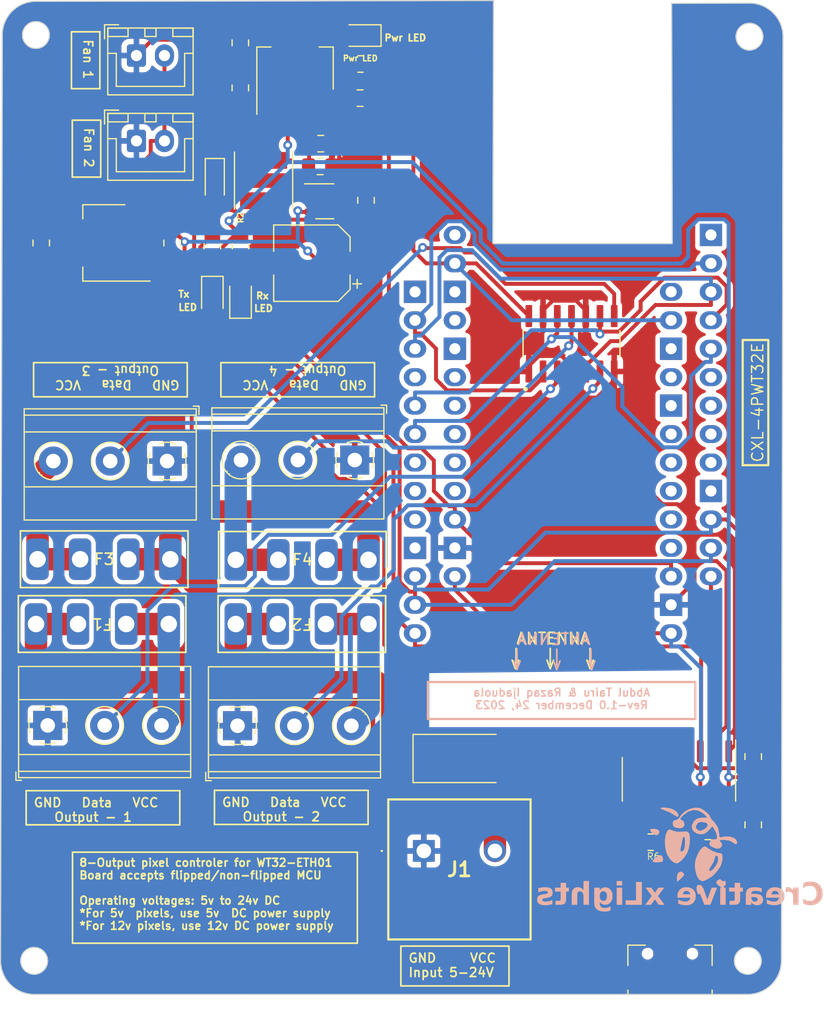
<source format=kicad_pcb>
(kicad_pcb (version 20221018) (generator pcbnew)
  (layers (0 "F.Cu" signal) (31 "B.Cu" signal) (34 "B.Paste" user) (35 "F.Paste" user) (36 "B.SilkS" user "B.Silkscreen") (37 "F.SilkS" user "F.Silkscreen") (38 "B.Mask" user) (39 "F.Mask" user) (44 "Edge.Cuts" user))
  (net 0 "")
  (net 1 "RPP")
  (net 2 "GND")
  (net 3 "Net-(U1-SW)")
  (net 4 "Net-(U1-BST)")
  (net 5 "VOUT")
  (net 6 "VIN")
  (net 7 "Net-(D2-K)")
  (net 8 "3V3")
  (net 9 "Net-(JST1-Pin_3)")
  (net 10 "Net-(JST2-Pin_3)")
  (net 19 "3.3V")
  (net 20 "Port-1")
  (net 21 "Port-2")
  (net 23 "Net-(JST3-Pin_3)")
  (net 27 "EN")
  (net 29 "RxOut")
  (net 34 "Net-(D3-A)")
  (net 40 "TxOut")
  (net 46 "Net-(D4-A)")
  (net 48 "Net-(D5-A)")
  (net 50 "Net-(J2-D-)")
  (net 51 "Net-(J2-D+)")
  (net 53 "DTR")
  (net 54 "IO0")
  (net 62 "Net-(JST4-Pin_3)")
  (net 64 "Output-3")
  (net 65 "Output-4")
  (net 66 "Port-4")
  (net 67 "Port-3")
  (net 68 "Output-1")
  (net 69 "Output-2")
  (net 70 "F5V")
  (footprint "Capacitor_SMD:C_0805_2012Metric_Pad1.18x1.45mm_HandSolder" (layer "F.Cu") (at 171.0719 113.9203 180)
    (fp_text reference "C12" hide)
    (fp_text value "1uF")
  )
  (footprint "MicroUSB:USB_Micro-B_Unknown_5s_SMT" (layer "F.Cu") (at 167.6855 123.2155)
    (fp_text reference "J2" hide)
    (fp_text value "USB")
  )
  (footprint "TerminalBlock_Phoenix:TerminalBlock_Phoenix_MKDS-1,5-3-5.08_1x03_P5.08mm_Horizontal" (layer "F.Cu") (at 122.7932 79.3909 180)
    (fp_text reference "JST3" hide)
    (fp_text value "Output 3")
  )
  (footprint "Capacitor_SMD:C_0805_2012Metric_Pad1.18x1.45mm_HandSolder" (layer "F.Cu") (at 123.2394 59.9258 -90)
    (fp_text reference "C8" hide)
    (fp_text value "10uF")
  )
  (footprint "WT32-ETH-Fuse-Holder:MCCQ-122_MTC" (layer "F.Cu") (at 111.3274 88.155)
    (fp_text reference "F3")
    (fp_text value "~")
  )
  (footprint "Capacitor_SMD:C_0805_2012Metric_Pad1.18x1.45mm_HandSolder" (layer "F.Cu") (at 175.1144 105.7708 90)
    (fp_text reference "C6" hide)
    (fp_text value "100nF")
  )
  (footprint "Package_TO_SOT_SMD:SOT-223-3_TabPin2" (layer "F.Cu") (at 134.2119 44.3373 90)
    (fp_text reference "U7" hide)
    (fp_text value "AMS1117-3.3")
  )
  (footprint "LED_SMD:LED_0805_2012Metric_Pad1.15x1.40mm_HandSolder" (layer "F.Cu") (at 140.0309 41.4053 180)
    (fp_text reference "D2" hide)
    (fp_text value "Pwr LED")
  )
  (footprint "Connector_JST:JST_XH_B2B-XH-A_1x02_P2.50mm_Vertical" (layer "F.Cu") (at 120.0549 50.8132)
    (fp_text reference "J4" hide)
    (fp_text value "Fan 2")
  )
  (footprint "Capacitor_SMD:C_0805_2012Metric_Pad1.18x1.45mm_HandSolder" (layer "F.Cu") (at 129.3284 46.0768 90)
    (fp_text reference "C5" hide)
    (fp_text value "1uF")
  )
  (footprint "Diode_SMD:D_SOD-323_HandSoldering" (layer "F.Cu") (at 127.0494 54.3933 -90)
    (fp_text reference "D5" hide)
    (fp_text value "SS14")
  )
  (footprint "Package_TO_SOT_SMD:TSOT-23-6" (layer "F.Cu") (at 136.8704 56.2033)
    (fp_text reference "U1" hide)
    (fp_text value "AP63205WU")
  )
  (footprint "TerminalBlock_Phoenix:TerminalBlock_Phoenix_MKDS-1,5-3-5.08_1x03_P5.08mm_Horizontal" (layer "F.Cu") (at 139.5447 79.3014 180)
    (fp_text reference "JST4" hide)
    (fp_text value "Output 4")
  )
  (footprint "Capacitor_SMD:C_0805_2012Metric_Pad1.18x1.45mm_HandSolder" (layer "F.Cu") (at 175.1144 111.8668 90)
    (fp_text reference "C7" hide)
    (fp_text value "100nF")
  )
  (footprint "Capacitor_SMD:C_0805_2012Metric_Pad1.18x1.45mm_HandSolder" (layer "F.Cu") (at 111.5554 59.9258 -90)
    (fp_text reference "C9" hide)
    (fp_text value "22uF")
  )
  (footprint "WT32-ETH-Fuse-Holder:MCCQ-122_MTC" (layer "F.Cu") (at 129.019 88.2065)
    (fp_text reference "F4")
    (fp_text value "~")
  )
  (footprint "Diode_SMD:D_SMB_Handsoldering" (layer "F.Cu") (at 149.45704 105.942418)
    (fp_text reference "D1" hide)
    (fp_text value "STR10100BF")
  )
  (footprint "Package_TO_SOT_SMD:SOT-223-3_TabPin2" (layer "F.Cu") (at 117.1774 59.9183 180)
    (fp_text reference "U6" hide)
    (fp_text value "AMS1117-3.3")
  )
  (footprint "SN74HC125DR:SOIC127P600X175-14N" (layer "F.Cu") (at 158.8934 68.9205 90)
    (fp_text reference "U4" hide)
    (fp_text value "SN74HC125DR")
  )
  (footprint "WT32-ETH-Fuse-Holder:MCCQ-122_MTC" (layer "F.Cu") (at 122.8387 93.9377 180)
    (fp_text reference "F1")
    (fp_text value "~")
  )
  (footprint "Resistor_SMD:R_0805_2012Metric_Pad1.20x1.40mm_HandSolder" (layer "F.Cu") (at 165.9544 113.4123)
    (fp_text reference "R6")
    (fp_text value "120")
  )
  (footprint "Capacitor_SMD:C_0805_2012Metric_Pad1.18x1.45mm_HandSolder" (layer "F.Cu") (at 140.5479 56.1158 90)
    (fp_text reference "C2" hide)
    (fp_text value "100nF")
  )
  (footprint "Package_SO:SOP-16_3.9x9.9mm_P1.27mm" (layer "F.Cu") (at 168.4844 107.7975 -90)
    (fp_text reference "U5" hide)
    (fp_text value "CH340C")
  )
  (footprint "TerminalBlock_Phoenix:TerminalBlock_Phoenix_MKDS-1,5-3-5.08_1x03_P5.08mm_Horizontal" (layer "F.Cu") (at 129.0804 103.0185)
    (fp_text reference "JST2" hide)
    (fp_text value "Output 2" hide)
  )
  (footprint "Resistor_SMD:R_0805_2012Metric_Pad1.20x1.40mm_HandSolder" (layer "F.Cu") (at 140.0559 43.9453)
    (fp_text reference "R1" hide)
    (fp_text value "1K")
  )
  (footprint "Capacitor_SMD:C_0805_2012Metric_Pad1.18x1.45mm_HandSolder" (layer "F.Cu") (at 129.3284 42.0558 -90)
    (fp_text reference "C11" hide)
    (fp_text value "22uF")
  )
  (footprint "Capacitor_SMD:C_0805_2012Metric_Pad1.18x1.45mm_HandSolder" (layer "F.Cu") (at 136.5054 51.0573)
    (fp_text reference "C3" hide)
    (fp_text value "22uF")
  )
  (footprint "Resistor_SMD:R_0805_2012Metric_Pad1.20x1.40mm_HandSolder" (layer "F.Cu") (at 129.3467 60.2173 -90)
    (fp_text reference "R2")
    (fp_text value "1K")
  )
  (footprint "Connector_JST:JST_XH_B2B-XH-A_1x02_P2.50mm_Vertical" (layer "F.Cu") (at 120.0549 43.1932)
    (fp_text reference "J3" hide)
    (fp_text value "Fan 1")
  )
  (footprint "Capacitor_SMD:C_0805_2012Metric_Pad1.18x1.45mm_HandSolder" (layer "F.Cu") (at 140.0184 46.9933)
    (fp_text reference "C10" hide)
    (fp_text value "10uF")
  )
  (footprint "Inductor_SMD:L_Taiyo-Yuden_MD-5050" (layer "F.Cu") (at 131.4039 54.3513 90)
    (fp_text reference "L1" hide)
    (fp_text value "4.7uH")
  )
  (footprint "WT32-ETH01:WT32_ETH01" (layer "F.Cu") (at 155.6473 98.5532 180)
    (fp_text reference "U3" hide)
    (fp_text value "WT32-ETH01")
  )
  (footprint "Capacitor_SMD:CP_Elec_6.3x5.4" (layer "F.Cu") (at 135.7159 61.7253 180)
    (fp_text reference "C1" hide)
    (fp_text value "100uF")
  )
  (footprint "LED_SMD:LED_0805_2012Metric_Pad1.15x1.40mm_HandSolder" (layer "F.Cu") (at 129.3467 64.7823 90)
    (fp_text reference "D3" hide)
    (fp_text value "Tx")
  )
  (footprint "Capacitor_SMD:C_0805_2012Metric_Pad1.18x1.45mm_HandSolder" (layer "F.Cu") (at 136.4551 53.0893)
    (fp_text reference "C4" hide)
    (fp_text value "22uF")
  )
  (footprint "Resistor_SMD:R_0805_2012Metric_Pad1.20x1.40mm_HandSolder" (layer "F.Cu") (at 126.8319 60.2173 -90)
    (fp_text reference "R3" hide)
    (fp_text value "1K")
  )
  (footprint "WT32-ETH-Fuse-Holder:MCCQ-122_MTC" (layer "F.Cu") (at 140.669 93.9377 180)
    (fp_text reference "F2")
    (fp_text value "~")
  )
  (footprint "TerminalBlock_Phoenix:TerminalBlock_Phoenix_MKDS-1,5-3-5.08_1x03_P5.08mm_Horizontal" (layer "F.Cu") (at 112.1345 102.9897)
    (fp_text reference "JST1" hide)
    (fp_text value "Output 1" hide)
  )
  (footprint "LED_SMD:LED_0805_2012Metric_Pad1.15x1.40mm_HandSolder" (layer "F.Cu") (at 126.8319 64.7643 -90)
    (fp_text reference "D4" hide)
    (fp_text value "Rx")
  )
  (footprint "SamacSys_Parts:1714955" (layer "F.Cu") (at 145.708013 114.194726)
    (fp_text reference "J1")
    (fp_text value "4.5-28V Power Input" hide)
  )
  (footprint "LOGO" (layer "B.Cu") (at 169.780682 114.213762 180)
    (fp_text reference "G***" hide)
    (fp_text value "LOGO" hide)
  )
  (footprint "WT32-ETH01:WT32_ETH01" (layer "B.Cu") (at 160.6155 93.4732)
    (fp_text reference "U2" hide)
    (fp_text value "WT32-ETH01")
  )
  (gr_line (start 151.880651 59.983278) (end 167.880651 59.983278) (stroke (width 0.1)) (layer "Edge.Cuts"))
  (gr_line (start 111.124631 38.352292) (end 151.930651 38.283278) (stroke (width 0.1)) (layer "Edge.Cuts"))
  (gr_line (start 110.924165 127.003278) (end 174.630609 127.002047) (stroke (width 0.1)) (layer "Edge.Cuts"))
  (gr_arc (start 177.630651 124.003278) (mid 176.751889 126.124178) (end 174.630609 127.002047) (stroke (width 0.1)) (layer "Edge.Cuts"))
  (gr_circle (center 110.924165 124.003278) (end 112.124165 124.003278) (stroke (width 0.1)) (fill none) (layer "Edge.Cuts"))
  (gr_arc (start 174.830259 38.506994) (mid 176.928837 39.412383) (end 177.78065 41.533278) (stroke (width 0.1)) (layer "Edge.Cuts"))
  (gr_circle (center 111.079396 41.357278) (end 112.279396 41.357278) (stroke (width 0.1)) (fill none) (layer "Edge.Cuts"))
  (gr_line (start 167.880651 59.983278) (end 167.830651 38.533278) (stroke (width 0.1)) (layer "Edge.Cuts"))
  (gr_circle (center 174.780651 41.506701) (end 175.980651 41.506701) (stroke (width 0.1)) (fill none) (layer "Edge.Cuts"))
  (gr_line (start 167.830651 38.533278) (end 174.830259 38.506994) (stroke (width 0.1)) (layer "Edge.Cuts"))
  (gr_line (start 151.930651 38.283278) (end 151.880651 59.983278) (stroke (width 0.1)) (layer "Edge.Cuts"))
  (gr_arc (start 108.074166 41.333278) (mid 108.978937 39.207859) (end 111.124631 38.352292) (stroke (width 0.1)) (layer "Edge.Cuts"))
  (gr_line (start 177.630651 124.003278) (end 177.78065 41.533278) (stroke (width 0.1)) (layer "Edge.Cuts"))
  (gr_arc (start 110.924165 127.003278) (mid 108.784934 126.106557) (end 107.924596 123.952438) (stroke (width 0.1)) (layer "Edge.Cuts"))
  (gr_circle (center 174.631882 124.003278) (end 175.831882 124.003278) (stroke (width 0.1)) (fill none) (layer "Edge.Cuts"))
  (gr_line (start 108.074166 41.333278) (end 107.924596 123.952438) (stroke (width 0.1)) (layer "Edge.Cuts"))
  (gr_text ">" (at 154.53252 96.898934 90) (layer "B.SilkS") (effects (font (size 1 1)) (justify left bottom mirror)))
  (gr_text "ANTENNA" (at 160.693271 95.882934) (layer "B.SilkS") (effects (font (size 1 1)) (justify left bottom mirror)))
  (gr_text ">" (at 158.08852 96.898934 90) (layer "B.SilkS") (effects (font (size 1 1)) (justify left bottom mirror)))
  (gr_text ">" (at 161.201271 96.898934 90) (layer "B.SilkS") (effects (font (size 1 1)) (justify left bottom mirror)))
  (gr_text "|" (at 161.201271 97.406934) (layer "B.SilkS") (effects (font (size 1 1)) (justify left bottom mirror)))
  (gr_text "|" (at 158.153271 97.406934) (layer "B.SilkS") (effects (font (size 1 1)) (justify left bottom mirror)))
  (gr_text "Creative xLights" (at 168.570392 119.34196) (layer "B.SilkS") (effects (font (size 2 2) (thickness 0.25) bold) (justify bottom mirror)))
  (gr_text "|" (at 154.597271 97.406934) (layer "B.SilkS") (effects (font (size 1 1)) (justify left bottom mirror)))
  (gr_text ">" (at 153.369941 96.827278 -90) (layer "F.SilkS") (effects (font (size 1 1)) (justify left bottom)))
  (gr_text "Pwr LED" (at 142.114897 41.962441) (layer "F.SilkS") (effects (font (size 0.6 0.6)) (justify left bottom)))
  (gr_text "ANTENNA" (at 153.877941 95.811278) (layer "F.SilkS") (effects (font (size 1 1)) (justify left bottom)))
  (gr_text "|" (at 153.369941 97.335278) (layer "F.SilkS") (effects (font (size 1 1)) (justify left bottom)))
  (gr_text "LED" (at 123.716769 66.022506) (layer "F.SilkS") (effects (font (size 0.6 0.6) (thickness 0.15) bold) (justify left bottom)))
  (gr_text "LED" (at 130.480976 66.112) (layer "F.SilkS") (effects (font (size 0.6 0.6) (thickness 0.15) bold) (justify left bottom)))
  (gr_text ">" (at 160.038692 96.827278 -90) (layer "F.SilkS") (effects (font (size 1 1)) (justify left bottom)))
  (gr_text "Rx" (at 130.657025 64.995552) (layer "F.SilkS") (effects (font (size 0.6 0.6) (thickness 0.15) bold) (justify left bottom)))
  (gr_text "|" (at 159.973941 97.335278) (layer "F.SilkS") (effects (font (size 1 1)) (justify left bottom)))
  (gr_text "|" (at 156.417941 97.335278) (layer "F.SilkS") (effects (font (size 1 1)) (justify left bottom)))
  (gr_text ">" (at 156.482692 96.827278 -90) (layer "F.SilkS") (effects (font (size 1 1)) (justify left bottom)))
  (gr_text "Tx" (at 123.716769 64.842) (layer "F.SilkS") (effects (font (size 0.6 0.6) (thickness 0.15) bold) (justify left bottom)))
  (gr_text_box "Abdul Tairu & Razaq Ijaduola\nRev-1.0 December 24, 2023" (start 146.068692 99.113278) (end 169.944692 102.415278) (layer "B.SilkS") (effects (font (size 0.7 0.7) (thickness 0.125) bold) (justify top mirror)) (stroke (width 0.2)))
  (gr_text_box "8-Output pixel controler for WT32-ETH01\nBoard accepts flipped/non-flipped MCU\n\nOperating voltages: 5v to 24v DC\n*For 5v  pixels, use 5v  DC power supply\n*For 12v pixels, use 12v DC power supply" (start 114.349381 114.303278) (end 139.774781 122.431278) (layer "F.SilkS") (effects (font (size 0.7 0.7)) (justify left top)) (stroke (width 0.15)))
  (gr_text_box "GND   Data   VCC\n   Output - 4" (start 141.311303 73.654189) (end 127.595303 70.606189) (angle 900) (layer "F.SilkS") (effects (font (size 0.8 0.8) (thickness 0.15) bold) (justify left top)) (stroke (width 0.15)))
  (gr_text_box "Fan 1" (start 116.791187 41.071998) (end 114.251187 46.151998) (angle 630) (layer "F.SilkS") (effects (font (size 0.8 0.8)) (justify left top)) (stroke (width 0.15)))
  (gr_text_box "GND     VCC\nInput 5-24V" (start 143.660364 122.687097) (end 153.312364 126.243097) (angle 1800) (layer "F.SilkS") (effects (font (size 0.8 0.8)) (justify left top)) (stroke (width 0.15)))
  (gr_text_box "GND   Data   VCC\n   Output - 2" (start 127.017371 108.784006) (end 140.733371 111.832006) (angle 1800) (layer "F.SilkS") (effects (font (size 0.8 0.8) (thickness 0.15) bold) (justify left top)) (stroke (width 0.15)))
  (gr_text_box "GND   Data   VCC\n   Output - 3" (start 124.589551 73.654189) (end 110.873551 70.606189) (angle 900) (layer "F.SilkS") (effects (font (size 0.8 0.8)) (justify left top)) (stroke (width 0.15)))
  (gr_text_box "CXL-4PWT32E" (start 174.174651 79.759278) (end 176.460651 68.583278) (angle 810) (layer "F.SilkS") (effects (font (size 1 1) (thickness 0.125) bold) (justify top)) (stroke (width 0.2)))
  (gr_text_box "GND   Data   VCC\n   Output - 1" (start 110.209182 108.815015) (end 123.925182 111.863015) (angle 4320) (layer "F.SilkS") (effects (font (size 0.8 0.8)) (justify left top)) (stroke (width 0.15)))
  (gr_text_box "Fan 2" (start 116.867052 48.962005) (end 114.327052 54.042005) (angle 630) (layer "F.SilkS") (effects (font (size 0.8 0.8)) (justify left top)) (stroke (width 0.15)))
  (segment (start 121.2023 88.155) (end 119.3274 88.155) (width 0.35) (layer "F.Cu") (net 1))
  (segment (start 130.794 93.9381) (end 130.7944 93.9377) (width 0.35) (layer "F.Cu") (net 1))
  (segment (start 130.7944 93.9377) (end 132.669 93.9377) (width 0.35) (layer "F.Cu") (net 1))
  (segment (start 111.0168 97.8621) (end 111.0887 97.7901) (width 2) (layer "F.Cu") (net 1))
  (segment (start 123.0774 88.1551) (end 123.0774 88.155) (width 2) (layer "F.Cu") (net 1))
  (segment (start 135.3439 60.6356) (end 136.4336 61.7253) (width 0.35) (layer "F.Cu") (net 1))
  (segment (start 135.7329 57.1533) (end 134.5696 57.1533) (width 0.35) (layer "F.Cu") (net 1))
  (segment (start 142.766769 100.402131) (end 142.766769 105.482) (width 2) (layer "F.Cu") (net 1))
  (segment (start 130.794 93.9381) (end 132.669 93.9381) (width 2) (layer "F.Cu") (net 1))
  (segment (start 138.894 88.2061) (end 137.019 88.2061) (width 2) (layer "F.Cu") (net 1))
  (segment (start 121.2024 88.1551) (end 121.2023 88.155) (width 0.35) (layer "F.Cu") (net 1))
  (segment (start 128.919 93.9381) (end 130.794 93.9381) (width 2) (layer "F.Cu") (net 1))
  (segment (start 123.0774 88.155) (end 123.0774 85.8011) (width 2) (layer "F.Cu") (net 1))
  (segment (start 134.5696 57.1533) (end 134.4601 57.0438) (width 0.35) (layer "F.Cu") (net 1))
  (segment (start 113.5568 97.8621) (end 111.0168 97.8621) (width 2) (layer "F.Cu") (net 1))
  (segment (start 138.894 88.2061) (end 138.8936 88.2065) (width 0.35) (layer "F.Cu") (net 1))
  (segment (start 140.769 88.2061) (end 138.894 88.2061) (width 2) (layer "F.Cu") (net 1))
  (segment (start 124.3501 59.8092) (end 124.3501 64.5668) (width 0.35) (layer "F.Cu") (net 1))
  (segment (start 123.0774 85.8011) (end 124.9868 83.8921) (width 2) (layer "F.Cu") (net 1))
  (segment (start 140.2268 83.8921) (end 140.769 84.4341) (width 2) (layer "F.Cu") (net 1))
  (segment (start 112.9637 93.9381) (end 114.8387 93.9381) (width 2) (layer "F.Cu") (net 1))
  (segment (start 123.0774 88.1551) (end 121.2024 88.1551) (width 2) (layer "F.Cu") (net 1))
  (segment (start 126.2568 99.1321) (end 114.8268 99.1321) (width 2) (layer "F.Cu") (net 1))
  (segment (start 121.9694 57.6183) (end 120.3274 57.6183) (width 0.35) (layer "F.Cu") (net 1))
  (segment (start 121.2024 88.1551) (end 119.3274 88.1551) (width 2) (layer "F.Cu") (net 1))
  (segment (start 128.7968 99.1321) (end 128.919 99.0101) (width 2) (layer "F.Cu") (net 1))
  (segment (start 111.0887 93.9377) (end 111.0887 93.9381) (width 0.35) (layer "F.Cu") (net 1))
  (segment (start 124.3501 64.5668) (end 124.9868 65.2035) (width 0.35) (layer "F.Cu") (net 1))
  (segment (start 114.8268 99.1321) (end 113.5568 97.8621) (width 2) (layer "F.Cu") (net 1))
  (segment (start 135.7329 57.1533) (end 135.7329 56.2033) (width 0.35) (layer "F.Cu") (net 1))
  (segment (start 125.1643 90.2421) (end 123.0774 88.1551) (width 2) (layer "F.Cu") (net 1))
  (segment (start 123.2394 58.8883) (end 123.4292 58.8883) (width 0.35) (layer "F.Cu") (net 1))
  (segment (start 123.4292 58.8883) (end 124.3501 59.8092) (width 0.35) (layer "F.Cu") (net 1))
  (segment (start 124.9868 65.2035) (end 124.9868 83.8921) (width 0.35) (layer "F.Cu") (net 1))
  (segment (start 142.7668 100.4021) (end 141.4968 99.1321) (width 2) (layer "F.Cu") (net 1))
  (segment (start 128.919 93.9377) (end 128.919 93.9381) (width 0.35) (layer "F.Cu") (net 1))
  (segment (start 136.4336 61.7253) (end 138.5159 61.7253) (width 0.35) (layer "F.Cu") (net 1))
  (segment (start 111.0887 97.7901) (end 111.0887 93.9381) (width 2) (layer "F.Cu") (net 1))
  (segment (start 142.766769 105.482) (end 143.227187 105.942418) (width 2) (layer "F.Cu") (net 1))
  (segment (start 143.227187 105.942418) (end 146.75704 105.942418) (width 2) (layer "F.Cu") (net 1))
  (segment (start 126.2568 90.2421) (end 125.1643 90.2421) (width 2) (layer "F.Cu") (net 1))
  (segment (start 138.8936 88.2065) (end 137.019 88.2065) (width 0.35) (layer "F.Cu") (net 1))
  (segment (start 142.7668 100.4021) (end 142.766769 100.402131) (width 2) (layer "F.Cu") (net 1))
  (segment (start 111.0887 93.9381) (end 112.9637 93.9381) (width 2) (layer "F.Cu") (net 1))
  (segment (start 141.4968 99.1321) (end 128.7968 99.1321) (width 2) (layer "F.Cu") (net 1))
  (segment (start 128.7968 99.1321) (end 126.2568 99.1321) (width 2) (layer "F.Cu") (net 1))
  (segment (start 123.2394 58.8883) (end 121.9694 57.6183) (width 0.35) (layer "F.Cu") (net 1))
  (segment (start 128.919 99.0101) (end 128.919 93.9381) (width 2) (layer "F.Cu") (net 1))
  (segment (start 112.9641 93.9377) (end 114.8387 93.9377) (width 0.35) (layer "F.Cu") (net 1))
  (segment (start 126.2568 99.1321) (end 126.2568 90.2421) (width 2) (layer "F.Cu") (net 1))
  (segment (start 140.769 84.4341) (end 140.769 88.2061) (width 2) (layer "F.Cu") (net 1))
  (segment (start 124.9868 83.8921) (end 140.2268 83.8921) (width 2) (layer "F.Cu") (net 1))
  (segment (start 112.9637 93.9381) (end 112.9641 93.9377) (width 0.35) (layer "F.Cu") (net 1))
  (segment (start 140.769 88.2065) (end 140.769 88.2061) (width 0.35) (layer "F.Cu") (net 1))
  (via (at 124.3501 59.8092) (size 0.8) (drill 0.4) (layers "F.Cu" "B.Cu") (net 1))
  (via (at 134.4601 57.0438) (size 0.8) (drill 0.4) (layers "F.Cu" "B.Cu") (net 1))
  (via (at 135.3439 60.6356) (size 0.8) (drill 0.4) (layers "F.Cu" "B.Cu") (net 1))
  (segment (start 134.4601 59.7968) (end 134.4601 57.0438) (width 0.35) (layer "B.Cu") (net 1))
  (segment (start 124.3501 59.8092) (end 134.4477 59.8092) (width 0.35) (layer "B.Cu") (net 1))
  (segment (start 135.2989 60.6356) (end 135.3439 60.6356) (width 0.35) (layer "B.Cu") (net 1))
  (segment (start 134.4601 59.7968) (end 135.2989 60.6356) (width 0.35) (layer "B.Cu") (net 1))
  (segment (start 134.4477 59.8092) (end 134.4601 59.7968) (width 0.35) (layer "B.Cu") (net 1))
  (segment (start 132.9159 61.1007) (end 132.9159 61.7253) (width 0.35) (layer "F.Cu") (net 2))
  (segment (start 138.1534 52.4285) (end 137.4926 53.0893) (width 0.35) (layer "F.Cu") (net 2))
  (segment (start 159.3061 65.0778) (end 157.2051 65.0778) (width 0.35) (layer "F.Cu") (net 2))
  (segment (start 140.8675 46.9933) (end 141.0559 46.9933) (width 0.35) (layer "F.Cu") (net 2))
  (segment (start 158.8934 71.3955) (end 158.8934 70.8823) (width 0.35) (layer "F.Cu") (net 2))
  (segment (start 138.0079 57.1533) (end 138.9835 58.1289) (width 0.35) (layer "F.Cu") (net 2))
  (segment (start 129.3284 45.0393) (end 129.3284 45.4133) (width 0.35) (layer "F.Cu") (net 2))
  (segment (start 117.8557 50.8132) (end 120.0549 50.8132) (width 0.35) (layer "F.Cu") (net 2))
  (segment (start 169.8715 84.7611) (end 169.8715 85.966) (width 0.35) (layer "F.Cu") (net 2))
  (segment (start 166.4855 125.5155) (end 163.7355 125.5155) (width 0.35) (layer "F.Cu") (net 2))
  (segment (start 163.7355 125.5155) (end 159.8083 125.5155) (width 0.35) (layer "F.Cu") (net 2))
  (segment (start 169.8715 85.966) (end 169.8715 90.1354) (width 0.35) (layer "F.Cu") (net 2))
  (segment (start 155.0834 70.898) (end 155.0834 71.3955) (width 0.35) (layer "F.Cu") (net 2))
  (segment (start 157.2051 65.0778) (end 156.3534 65.9295) (width 0.35) (layer "F.Cu") (net 2))
  (segment (start 126.1162 43.0933) (end 129.3284 43.0933) (width 0.35) (layer "F.Cu") (net 2))
  (segment (start 158.8934 70.8823) (end 158.0243 70.0132) (width 0.35) (layer "F.Cu") (net 2))
  (segment (start 141.3079 58.1289) (end 141.6948 57.742) (width 0.35) (layer "F.Cu") (net 2))
  (segment (start 156.3534 65.9295) (end 156.3534 66.4455) (width 0.35) (layer "F.Cu") (net 2))
  (segment (start 125.701 101.3144) (end 115.4851 101.3144) (width 0.35) (layer "F.Cu") (net 2))
  (segment (start 145.708013 116.043244) (end 150.386769 120.722) (width 0.35) (layer "F.Cu") (net 2))
  (segment (start 130.7866 46.8715) (end 129.3284 45.4133) (width 0.35) (layer "F.Cu") (net 2))
  (segment (start 129.3284 43.0933) (end 129.3284 45.0393) (width 0.35) (layer "F.Cu") (net 2))
  (segment (start 139.0559 43.9453) (end 139.0559 45.1817) (width 0.35) (layer "F.Cu") (net 2))
  (segment (start 176.2158 109.7279) (end 176.2158 105.8347) (width 0.35) (layer "F.Cu") (net 2))
  (segment (start 176.222 113.5465) (end 174.7371 115.0314) (width 0.35) (layer "F.Cu") (net 2))
  (segment (start 156.2918 70.0132) (end 155.9682 70.0132) (width 0.35) (layer "F.Cu") (net 2))
  (segment (start 112.8104 62.2183) (end 111.5554 60.9633) (width 0.35) (layer "F.Cu") (net 2))
  (segment (start 161.1602 73.7249) (end 160.4824 73.7249) (width 0.35) (layer "F.Cu") (net 2))
  (segment (start 156.2918 66.5071) (end 156.2918 70.0132) (width 0.35) (layer "F.Cu") (net 2))
  (segment (start 138.1534 52.4285) (end 138.1534 51.6678) (width 0.35) (layer "F.Cu") (net 2))
  (segment (start 132.9159 61.1007) (end 135.3389 58.6777) (width 0.35) (layer "F.Cu") (net 2))
  (segment (start 126.1149 48.6268) (end 126.1149 53.5946) (width 0.35) (layer "F.Cu") (net 2))
  (segment (start 176.2158 105.8347) (end 175.1144 104.7333) (width 0.35) (layer "F.Cu") (net 2))
  (segment (start 173.4936 87.3914) (end 172.0682 85.966) (width 0.35) (layer "F.Cu") (net 2))
  (segment (start 158.0243 70.0132) (end 156.2918 70.0132) (width 0.35) (layer "F.Cu") (net 2))
  (segment (start 112.1345 102.9897) (end 113.8098 102.9897) (width 0.35) (layer "F.Cu") (net 2))
  (segment (start 168.3493 83.2389) (end 169.8715 84.7611) (width 0.35) (layer "F.Cu") (net 2))
  (segment (start 154.9347 92.2235) (end 167.7834 92.2235) (width 0.35) (layer "F.Cu") (net 2))
  (segment (start 127.1983 54.3933) (end 128.3431 55.5381) (width 0.35) (layer "F.Cu") (net 2))
  (segment (start 120.3274 62.2183) (end 112.8104 62.2183) (width 0.35) (layer "F.Cu") (net 2))
  (segment (start 168.9855 122.6155) (end 168.9855 122.2234) (width 0.35) (layer "F.Cu") (net 2))
  (segment (start 160.1634 65.9351) (end 159.3061 65.0778) (width 0.35) (layer "F.Cu") (net 2))
  (segment (start 175.1144 104.7333) (end 173.4936 104.7333) (width 0.35) (layer "F.Cu") (net 2))
  (segment (start 148.4794 87.1435) (end 149.8547 87.1435) (width 0.35) (layer "F.Cu") (net 2))
  (segment (start 136.4835 58.6777) (end 138.0079 57.1533) (width 0.35) (layer "F.Cu") (net 2))
  (segment (start 170.9987 124.8787) (end 171.6355 125.5155) (width 0.35) (layer "F.Cu") (net 2))
  (segment (start 140.8675 46.9933) (end 140.8675 47.7327) (width 0.35) (layer "F.Cu") (net 2))
  (segment (start 145.708013 114.194726) (end 145.708013 116.043244) (width 0.35) (layer "F.Cu") (net 2))
  (segment (start 170.9987 124.8787) (end 170.3619 125.5155) (width 0.35) (layer "F.Cu") (net 2))
  (segment (start 139.0559 45.1817) (end 140.8675 46.9933) (width 0.35) (layer "F.Cu") (net 2))
  (segment (start 161.1602 73.7249) (end 162.7034 72.1817) (width 0.35) (layer "F.Cu") (net 2))
  (segment (start 165.9781 112.703) (end 165.9781 114.1216) (width 0.35) (layer "F.Cu") (net 2))
  (segment (start 176.222 111.9369) (end 176.222 113.5465) (width 0.35) (layer "F.Cu") (net 2))
  (segment (start 135.3389 58.6777) (end 136.4835 58.6777) (width 0.35) (layer "F.Cu") (net 2))
  (segment (start 131.9119 47.4873) (end 130.7866 47.4873) (width 0.35) (layer "F.Cu") (net 2))
  (segment (start 172.0682 85.966) (end 169.8715 85.966) (width 0.35) (layer "F.Cu") (net 2))
  (segment (start 158.8934 72.1359) (end 158.8934 71.3955) (width 0.35) (layer "F.Cu") (net 2))
  (segment (start 126.1149 53.5946) (end 126.9136 54.3933) (width 0.35) (layer "F.Cu") (net 2))
  (segment (start 121.2254 63.3436) (end 120.3274 63.3436) (width 0.35) (layer "F.Cu") (net 2))
  (segment (start 138.9835 58.1289) (end 141.3079 58.1289) (width 0.35) (layer "F.Cu") (net 2))
  (segment (start 129.0804 103.0185) (end 127.4051 103.0185) (width 0.35) (layer "F.Cu") (net 2))
  (segment (start 160.1634 66.4455) (end 160.1634 65.9351) (width 0.35) (layer "F.Cu") (net 2))
  (segment (start 173.4936 104.7333) (end 172.9294 105.2975) (width 0.35) (layer "F.Cu") (net 2))
  (segment (start 161.1602 77.3753) (end 167.0238 83.2389) (width 0.35) (layer "F.Cu") (net 2))
  (segment (start 160.4824 73.7249) (end 158.8934 72.1359) (width 0.35) (layer "F.Cu") (net 2))
  (segment (start 126.9136 54.3933) (end 127.1983 54.3933) (width 0.35) (layer "F.Cu") (net 2))
  (segment (start 123.2394 61.3296) (end 123.2394 60.9633) (width 0.35) (layer "F.Cu") (net 2))
  (segment (start 149.8547 87.1435) (end 154.9347 92.2235) (width 0.35) (layer "F.Cu") (net 2))
  (segment (start 168.9855 117.129) (end 168.9855 121.3402) (width 0.35) (layer "F.Cu") (net 2))
  (segment (start 120.0549 50.8132) (end 120.0549 43.1932) (width 0.35) (layer "F.Cu") (net 2))
  (segment (start 171.1455 115.0314) (end 170.0344 113.9203) (width 0.35) (layer "F.Cu") (net 2))
  (segment (start 141.6948 57.742) (end 141.6948 54.4819) (width 0.35) (layer "F.Cu") (net 2))
  (segment (start 141.6948 54.4819) (end 139.6414 52.4285) (width 0.35) (layer "F.Cu") (net 2))
  (segment (start 120.3274 62.2183) (end 120.3274 63.3436) (width 0.35) (layer "F.Cu") (net 2))
  (segment (start 174.7371 115.0314) (end 171.1455 115.0314) (width 0.35) (layer "F.Cu") (net 2))
  (segment (start 155.0148 120.722) (end 159.8083 125.5155) (width 0.35) (layer "F.Cu") (net 2))
  (segment (start 129.3284 45.4133) (end 126.1149 48.6268) (width 0.35) (layer "F.Cu") (net 2))
  (segment (start 127.4051 103.0185) (end 125.701 101.3144) (width 0.35) (layer "F.Cu") (net 2))
  (segment (start 173.4936 104.7333) (end 173.4936 87.3914) (width 0.35) (layer "F.Cu") (net 2))
  (segment (start 155.9682 70.0132) (end 155.0834 70.898) (width 0.35) (layer "F.Cu") (net 2))
  (segment (start 161.1602 73.7249) (end 161.1602 77.3753) (width 0.35) (layer "F.Cu") (net 2))
  (segment (start 168.8855 125.5155) (end 166.4855 125.5155) (width 0.35) (layer "F.Cu") (net 2))
  (segment (start 130.7866 47.4873) (end 130.7866 46.8715) (width 0.35) (layer "F.Cu") (net 2))
  (segment (start 168.9855 121.9778) (end 168.9855 121.3402) (width 0.35) (layer "F.Cu") (net 2))
  (segment (start 168.9855 122.2234) (end 169.8204 122.2234) (width 0.35) (layer "F.Cu") (net 2))
  (segment (start 168.4501 112.336) (end 166.3451 112.336) (width 0.35) (layer "F.Cu") (net 2))
  (segment (start 175.1144 110.8293) (end 176.222 111.9369) (width 0.35) (layer "F.Cu") (net 2))
  (segment (start 165.9781 114.1216) (end 168.9855 117.129) (width 0.35) (layer "F.Cu") (net 2))
  (segment (start 162.7034 72.1817) (end 162.7034 71.3955) (width 0.35) (layer "F.Cu") (net 2))
  (segment (start 124.8039 41.781) (end 126.1162 43.0933) (width 0.35) (layer "F.Cu") (net 2))
  (segment (start 170.3619 125.5155) (end 168.8855 125.5155) (width 0.35) (layer "F.Cu") (net 2))
  (segment (start 120.0549 43.1932) (end 121.4671 41.781) (width 0.35) (layer "F.Cu") (net 2))
  (segment (start 128.3431 55.5381) (end 128.3431 56.5279) (width 0.35) (layer "F.Cu") (net 2))
  (segment (start 121.2254 63.3436) (end 123.2394 61.3296) (width 0.35) (layer "F.Cu") (net 2))
  (segment (start 115.4851 101.3144) (end 113.8098 102.9897) (width 0.35) (layer "F.Cu") (net 2))
  (segment (start 156.3534 66.4455) (end 156.2918 66.5071) (width 0.35) (layer "F.Cu") (net 2))
  (segment (start 121.4671 41.781) (end 124.8039 41.781) (width 0.35) (layer "F.Cu") (net 2))
  (segment (start 139.6414 52.4285) (end 138.1534 52.4285) (width 0.35) (layer "F.Cu") (net 2))
  (segment (start 175.1144 110.8293) (end 176.2158 109.7279) (width 0.35) (layer "F.Cu") (net 2))
  (segment (start 169.8715 90.1354) (end 167.7834 92.2235) (width 0.35) (layer "F.Cu") (net 2))
  (segment (start 122.7932 79.3909) (end 122.7932 77.7156) (width 0.35) (layer "F.Cu") (net 2))
  (segment (start 170.9987 123.4017) (end 170.9987 124.8787) (width 0.35) (layer "F.Cu") (net 2))
  (segment (start 140.8675 47.7327) (end 137.5429 51.0573) (width 0.35) (layer "F.Cu") (net 2))
  (segment (start 168.9855 121.9778) (end 168.9855 122.2234) (width 0.35) (layer "F.Cu") (net 2))
  (segment (start 122.7932 77.7156) (end 121.2254 76.1478) (width 0.35) (layer "F.Cu") (net 2))
  (segment (start 128.3431 56.5279) (end 132.9159 61.1007) (width 0.35) (layer "F.Cu") (net 2))
  (segment (start 169.8204 122.2234) (end 170.9987 123.4017) (width 0.35) (layer "F.Cu") (net 2))
  (segment (start 138.1534 51.6678) (end 137.5429 51.0573) (width 0.35) (layer "F.Cu") (net 2))
  (segment (start 110.4087 58.2602) (end 117.8557 50.8132) (width 0.35) (layer "F.Cu") (net 2))
  (segment (start 167.0238 83.2389) (end 168.3493 83.2389) (width 0.35) (layer "F.Cu") (net 2))
  (segment (start 121.2254 76.1478) (end 121.2254 63.3436) (width 0.35) (layer "F.Cu") (net 2))
  (segment (start 111.5554 60.9633) (end 110.4087 59.8166) (width 0.35) (layer "F.Cu") (net 2))
  (segment (start 170.0344 113.9203) (end 168.4501 112.336) (width 0.35) (layer "F.Cu") (net 2))
  (segment (start 166.3451 112.336) (end 165.9781 112.703) (width 0.35) (layer "F.Cu") (net 2))
  (segment (start 150.386769 120.722) (end 155.0148 120.722) (width 0.35) (layer "F.Cu") (net 2))
  (segment (start 110.4087 59.8166) (end 110.4087 58.2602) (width 0.35) (layer "F.Cu") (net 2))
  (segment (start 138.956769 105.482) (end 145.708013 112.233244) (width 0.35) (layer "B.Cu") (net 2))
  (segment (start 112.1345 102.9897) (end 112.1345 101.3144) (width 0.35) (layer "B.Cu") (net 2))
  (segment (start 129.0804 104.495631) (end 130.066769 105.482) (width 0.35) (layer "B.Cu") (net 2))
  (segment (start 145.708013 112.233244) (end 145.708013 114.194726) (width 0.35) (layer "B.Cu") (net 2))
  (segment (start 129.0804 103.0185) (end 129.0804 104.495631) (width 0.35) (layer "B.Cu") (net 2))
  (segment (start 117.1774 96.2715) (end 117.1774 86.682) (width 0.35) (layer "B.Cu") (net 2))
  (segment (start 136.1941 80.9767) (end 137.8694 79.3014) (width 0.35) (layer "B.Cu") (net 2))
  (segment (start 117.1774 86.682) (end 122.7932 81.0662) (width 0.35) (layer "B.Cu") (net 2))
  (segment (start 126.2333 77.6261) (end 130.1306 77.6261) (width 0.35) (layer "B.Cu") (net 2))
  (segment (start 122.7932 79.3909) (end 124.4685 79.3909) (width 0.35) (layer "B.Cu") (net 2))
  (segment (start 130.1306 77.6261) (end 133.4812 80.9767) (width 0.35) (layer "B.Cu") (net 2))
  (segment (start 139.5447 79.3014) (end 137.8694 79.3014) (width 0.35) (layer "B.Cu") (net 2))
  (segment (start 133.4812 80.9767) (end 136.1941 80.9767) (width 0.35) (layer "B.Cu") (net 2))
  (segment (start 122.7932 79.3909) (end 122.7932 81.0662) (width 0.35) (layer "B.Cu") (net 2))
  (segment (start 130.066769 105.482) (end 138.956769 105.482) (width 0.35) (layer "B.Cu") (net 2))
  (segment (start 112.1345 101.3144) (end 117.1774 96.2715) (width 0.35) (layer "B.Cu") (net 2))
  (segment (start 124.4685 79.3909) (end 126.2333 77.6261) (width 0.35) (layer "B.Cu") (net 2))
  (segment (start 131.9689 57.8416) (end 136.4627 57.8416) (width 0.35) (layer "F.Cu") (net 3))
  (segment (start 136.9068 56.7875) (end 137.491 56.2033) (width 0.35) (layer "F.Cu") (net 3))
  (segment (start 137.491 56.2033) (end 138.0079 56.2033) (width 0.35) (layer "F.Cu") (net 3))
  (segment (start 131.4039 56.1513) (end 131.4039 57.2766) (width 0.35) (layer "F.Cu") (net 3))
  (segment (start 139.5979 56.2033) (end 140.5479 57.1533) (width 0.35) (layer "F.Cu") (net 3))
  (segment (start 136.4627 57.8416) (end 136.9068 57.3975) (width 0.35) (layer "F.Cu") (net 3))
  (segment (start 131.4039 57.2766) (end 131.9689 57.8416) (width 0.35) (layer "F.Cu") (net 3))
  (segment (start 138.0079 56.2033) (end 139.5979 56.2033) (width 0.35) (layer "F.Cu") (net 3))
  (segment (start 136.9068 57.3975) (end 136.9068 56.7875) (width 0.35) (layer "F.Cu") (net 3))
  (segment (start 138.1829 55.0783) (end 140.5479 55.0783) (width 0.35) (layer "F.Cu") (net 4))
  (segment (start 138.0079 55.2533) (end 138.1829 55.0783) (width 0.35) (layer "F.Cu") (net 4))
  (segment (start 127.0494 53.1433) (end 129.804 50.3887) (width 0.35) (layer "F.Cu") (net 5))
  (segment (start 135.7329 53.4046) (end 135.4176 53.0893) (width 0.35) (layer "F.Cu") (net 5))
  (segment (start 136.5119 47.4873) (end 136.5119 48.8626) (width 0.35) (layer "F.Cu") (net 5))
  (segment (start 138.4869 47.4873) (end 136.5119 47.4873) (width 0.35) (layer "F.Cu") (net 5))
  (segment (start 138.0041 46.0165) (end 138.0041 40.7406) (width 0.35) (layer "F.Cu") (net 5))
  (segment (start 135.4679 52.6559) (end 135.4176 52.7062) (width 0.35) (layer "F.Cu") (net 5))
  (segment (start 132.0664 52.5513) (end 133.8792 52.5513) (width 0.35) (layer "F.Cu") (net 5))
  (segment (start 144.776 43.4335) (end 144.776 60.5916) (width 0.35) (layer "F.Cu") (net 5))
  (segment (start 131.4039 52.5513) (end 132.0664 52.5513) (width 0.35) (layer "F.Cu") (net 5))
  (segment (start 150.3814 61.7435) (end 148.4794 61.7435) (width 0.35) (layer "F.Cu") (net 5))
  (segment (start 129.804 50.3887) (end 129.3284 49.9131) (width 0.35) (layer "F.Cu") (net 5))
  (segment (start 129.3284 49.9131) (end 129.3284 47.1143) (width 0.35) (layer "F.Cu") (net 5))
  (segment (start 135.7329 55.2533) (end 135.7329 53.4046) (width 0.35) (layer "F.Cu") (net 5))
  (segment (start 135.4679 49.9066) (end 136.5119 48.8626) (width 0.35) (layer "F.Cu") (net 5))
  (segment (start 135.4176 52.7062) (end 134.0341 52.7062) (width 0.35) (layer "F.Cu") (net 5))
  (segment (start 135.4679 51.0573) (end 135.4679 52.6559) (width 0.35) (layer "F.Cu") (net 5))
  (segment (start 129.9038 50.3887) (end 129.804 50.3887) (width 0.35) (layer "F.Cu") (net 5))
  (segment (start 134.0341 52.7062) (end 133.8792 52.5513) (width 0.35) (layer "F.Cu") (net 5))
  (segment (start 135.4679 51.0573) (end 135.4679 49.9066) (width 0.35) (layer "F.Cu") (net 5))
  (segment (start 141.6359 40.2934) (end 144.776 43.4335) (width 0.35) (layer "F.Cu") (net 5))
  (segment (start 138.9809 46.9933) (end 138.0041 46.0165) (width 0.35) (layer "F.Cu") (net 5))
  (segment (start 135.4176 53.0893) (end 135.4176 52.7062) (width 0.35) (layer "F.Cu") (net 5))
  (segment (start 138.0041 40.7406) (end 138.4513 40.2934) (width 0.35) (layer "F.Cu") (net 5))
  (segment (start 132.0664 52.5513) (end 129.9038 50.3887) (width 0.35) (layer "F.Cu") (net 5))
  (segment (start 144.776 60.5916) (end 145.9279 61.7435) (width 0.35) (layer "F.Cu") (net 5))
  (segment (start 145.9279 61.7435) (end 148.4794 61.7435) (width 0.35) (layer "F.Cu") (net 5))
  (segment (start 138.4513 40.2934) (end 141.6359 40.2934) (width 0.35) (layer "F.Cu") (net 5))
  (segment (start 155.0834 66.4455) (end 150.3814 61.7435) (width 0.35) (layer "F.Cu") (net 5))
  (segment (start 138.9809 46.9933) (end 138.4869 47.4873) (width 0.35) (layer "F.Cu") (net 5))
  (segment (start 153.5594 66.8235) (end 167.7834 66.8235) (width 0.35) (layer "B.Cu") (net 5))
  (segment (start 148.4794 61.7435) (end 153.5594 66.8235) (width 0.35) (layer "B.Cu") (net 5))
  (segment (start 152.058013 114.194726) (end 152.058013 106.041445) (width 2) (layer "F.Cu") (net 6))
  (segment (start 152.058013 106.041445) (end 152.15704 105.942418) (width 2) (layer "F.Cu") (net 6))
  (segment (start 141.0559 43.9453) (end 141.0559 41.4053) (width 0.35) (layer "F.Cu") (net 7))
  (segment (start 142.591 76.5317) (end 142.591 46.8151) (width 0.35) (layer "F.Cu") (net 8))
  (segment (start 140.0559 44.7013) (end 140.0559 42.4553) (width 0.35) (layer "F.Cu") (net 8))
  (segment (start 148.4794 83.4282) (end 147.9652 83.4282) (width 0.35) (layer "F.Cu") (net 8))
  (segment (start 148.4794 84.6035) (end 148.4794 83.4282) (width 0.35) (layer "F.Cu") (net 8))
  (segment (start 167.7834 88.5082) (end 152.3841 88.5082) (width 0.35) (layer "F.Cu") (net 8))
  (segment (start 152.3841 88.5082) (end 148.4794 84.6035) (width 0.35) (layer "F.Cu") (net 8))
  (segment (start 144.3128 78.2535) (end 142.591 76.5317) (width 0.35) (layer "F.Cu") (net 8))
  (segment (start 146.6068 79.3353) (end 145.525 78.2535) (width 0.35) (layer "F.Cu") (net 8))
  (segment (start 147.9652 83.4282) (end 146.6068 82.0698) (width 0.35) (layer "F.Cu") (net 8))
  (segment (start 167.7834 89.6835) (end 167.7834 88.5082) (width 0.35) (layer "F.Cu") (net 8))
  (segment (start 140.0559 42.4553) (end 139.0059 41.4053) (width 0.35) (layer "F.Cu") (net 8))
  (segment (start 140.7579 45.4033) (end 140.0559 44.7013) (width 0.35) (layer "F.Cu") (net 8))
  (segment (start 141.1792 45.4033) (end 140.7579 45.4033) (width 0.35) (layer "F.Cu") (net 8))
  (segment (start 146.6068 82.0698) (end 146.6068 79.3353) (width 0.35) (layer "F.Cu") (net 8))
  (segment (start 142.591 46.8151) (end 141.1792 45.4033) (width 0.35) (layer "F.Cu") (net 8))
  (segment (start 145.525 78.2535) (end 144.3128 78.2535) (width 0.35) (layer "F.Cu") (net 8))
  (segment (start 119.1387 93.9381) (end 120.0887 93.9381) (width 2) (layer "F.Cu") (net 9))
  (segment (start 120.0887 93.9381) (end 120.0883 93.9377) (width 0.35) (layer "F.Cu") (net 9))
  (segment (start 122.9387 93.9377) (end 122.9387 93.9381) (width 0.35) (layer "F.Cu") (net 9))
  (segment (start 120.0887 93.9381) (end 122.9387 93.9381) (width 2) (layer "F.Cu") (net 9))
  (segment (start 120.0883 93.9377) (end 119.1387 93.9377) (width 0.35) (layer "F.Cu") (net 9))
  (segment (start 122.6166 102.6676) (end 122.2945 102.9897) (width 0.35) (layer "B.Cu") (net 9))
  (segment (start 122.6166 102.6676) (end 122.2945 102.9901) (width 2) (layer "B.Cu") (net 9))
  (segment (start 122.9387 93.9381) (end 122.9387 102.3451) (width 2) (layer "B.Cu") (net 9))
  (segment (start 122.9387 102.3451) (end 122.6166 102.6676) (width 2) (layer "B.Cu") (net 9))
  (segment (start 122.9387 93.9381) (end 122.9387 93.9377) (width 0.35) (layer "B.Cu") (net 9))
  (segment (start 137.919 93.9381) (end 140.769 93.9381) (width 2) (layer "F.Cu") (net 10))
  (segment (start 136.969 93.9381) (end 137.919 93.9381) (width 2) (layer "F.Cu") (net 10))
  (segment (start 137.9186 93.9377) (end 136.969 93.9377) (width 0.35) (layer "F.Cu") (net 10))
  (segment (start 137.919 93.9381) (end 137.9186 93.9377) (width 0.35) (layer "F.Cu") (net 10))
  (segment (start 140.769 93.9377) (end 140.769 93.9381) (width 0.35) (layer "F.Cu") (net 10))
  (segment (start 140.769 93.9381) (end 140.769 93.9377) (width 0.35) (layer "B.Cu") (net 10))
  (segment (start 140.0047 102.2541) (end 139.2404 103.0181) (width 2) (layer "B.Cu") (net 10))
  (segment (start 140.769 93.9381) (end 140.769 101.4901) (width 2) (layer "B.Cu") (net 10))
  (segment (start 140.769 101.4901) (end 140.0047 102.2541) (width 2) (layer "B.Cu") (net 10))
  (segment (start 140.0047 102.2541) (end 140.0047 102.2542) (width 0.35) (layer "B.Cu") (net 10))
  (segment (start 140.0047 102.2542) (end 139.2404 103.0185) (width 0.35) (layer "B.Cu") (net 10))
  (segment (start 169.1194 105.7714) (end 170.1563 106.8083) (width 0.35) (layer "F.Cu") (net 19))
  (segment (start 134.2119 48.8626) (end 133.5604 49.5141) (width 0.35) (layer "F.Cu") (net 19))
  (segment (start 129.0893 58.9599) (end 128.3181 58.1887) (width 0.35) (layer "F.Cu") (net 19))
  (segment (start 126.8319 61.2173) (end 129.0893 58.9599) (width 0.35) (layer "F.Cu") (net 19))
  (segment (start 133.0742 41.1873) (end 132.9052 41.0183) (width 0.35) (layer "F.Cu") (net 19))
  (segment (start 134.2119 41.3726) (end 134.0266 41.1873) (width 0.35) (layer "F.Cu") (net 19))
  (segment (start 134.0266 41.1873) (end 133.0742 41.1873) (width 0.35) (layer "F.Cu") (net 19))
  (segment (start 128.3181 58.1887) (end 128.3181 57.9465) (width 0.35) (layer "F.Cu") (net 19))
  (segment (start 129.3467 59.2173) (end 129.0893 58.9599) (width 0.35) (layer "F.Cu") (net 19))
  (segment (start 134.2119 47.4873) (end 134.2119 41.3726) (width 0.35) (layer "F.Cu") (net 19))
  (segment (start 172.9294 110.2975) (end 172.9294 107.608) (width 0.35) (layer "F.Cu") (net 19))
  (segment (start 174.3147 107.608) (end 175.1144 106.8083) (width 0.35) (layer "F.Cu") (net 19))
  (segment (start 170.1563 106.8083) (end 175.1144 106.8083) (width 0.35) (layer "F.Cu") (net 19))
  (segment (start 172.9294 110.7193) (end 172.9294 110.2975) (width 0.35) (layer "F.Cu") (net 19))
  (segment (start 132.9052 41.0183) (end 129.3284 41.0183) (width 0.35) (layer "F.Cu") (net 19))
  (segment (start 175.1144 112.9043) (end 172.9294 110.7193) (width 0.35) (layer "F.Cu") (net 19))
  (segment (start 169.1194 105.2975) (end 169.1194 105.7714) (width 0.35) (layer "F.Cu") (net 19))
  (segment (start 134.2119 47.4873) (end 134.2119 48.8626) (width 0.35) (layer "F.Cu") (net 19))
  (segment (start 134.2119 41.1873) (end 134.0266 41.1873) (width 0.35) (layer "F.Cu") (net 19))
  (segment (start 172.9294 107.608) (end 174.3147 107.608) (width 0.35) (layer "F.Cu") (net 19))
  (segment (start 133.5604 49.5141) (end 133.5604 51.188) (width 0.35) (layer "F.Cu") (net 19))
  (via (at 133.5604 51.188) (size 0.8) (drill 0.4) (layers "F.Cu" "B.Cu") (net 19))
  (via (at 172.9294 107.608) (size 0.8) (drill 0.4) (layers "F.Cu" "B.Cu") (net 19))
  (via (at 128.3181 57.9465) (size 0.8) (drill 0.4) (layers "F.Cu" "B.Cu") (net 19))
  (segment (start 169.3095 58.7026) (end 169.3095 61.159269) (width 0.35) (layer "B.Cu") (net 19))
  (segment (start 152.753435 61.752) (end 150.783217 59.781782) (width 0.35) (layer "B.Cu") (net 19))
  (segment (start 169.3095 61.159269) (end 168.716769 61.752) (width 0.35) (layer "B.Cu") (net 19))
  (segment (start 150.783217 58.8032) (end 144.6848 52.704783) (width 0.35) (layer "B.Cu") (net 19))
  (segment (start 168.716769 61.752) (end 152.753435 61.752) (width 0.35) (layer "B.Cu") (net 19))
  (segment (start 144.6848 52.704783) (end 144.6848 52.7042) (width 0.35) (layer "B.Cu") (net 19))
  (segment (start 133.5604 51.188) (end 133.5604 52.7042) (width 0.35) (layer "B.Cu") (net 19))
  (segment (start 133.5604 52.7042) (end 128.3181 57.9465) (width 0.35) (layer "B.Cu") (net 19))
  (segment (start 172.9294 107.608) (end 172.9294 58.2092) (width 0.35) (layer "B.Cu") (net 19))
  (segment (start 150.783217 59.781782) (end 150.783217 58.8032) (width 0.35) (layer "B.Cu") (net 19))
  (segment (start 144.6848 52.7042) (end 133.5604 52.7042) (width 0.35) (layer "B.Cu") (net 19))
  (segment (start 170.2055 57.8066) (end 169.3095 58.7026) (width 0.35) (layer "B.Cu") (net 19))
  (segment (start 172.5268 57.8066) (end 170.2055 57.8066) (width 0.35) (layer "B.Cu") (net 19))
  (segment (start 172.9294 58.2092) (end 172.5268 57.8066) (width 0.35) (layer "B.Cu") (net 19))
  (segment (start 146.796 72.0917) (end 147.7848 73.0805) (width 0.35) (layer "F.Cu") (net 20))
  (segment (start 147.7848 73.0805) (end 155.1938 73.0805) (width 0.35) (layer "F.Cu") (net 20))
  (segment (start 156.3534 71.9209) (end 156.3534 71.3955) (width 0.35) (layer "F.Cu") (net 20))
  (segment (start 145.4376 67.9988) (end 146.796 69.3572) (width 0.35) (layer "F.Cu") (net 20))
  (segment (start 155.1938 73.0805) (end 156.3534 71.9209) (width 0.35) (layer "F.Cu") (net 20))
  (segment (start 146.796 69.3572) (end 146.796 72.0917) (width 0.35) (layer "F.Cu") (net 20))
  (segment (start 144.9234 67.9988) (end 145.4376 67.9988) (width 0.35) (layer "F.Cu") (net 20))
  (segment (start 144.9234 66.8235) (end 144.9234 67.9988) (width 0.35) (layer "F.Cu") (net 20))
  (segment (start 169.436769 62.302) (end 169.9641 61.774669) (width 0.35) (layer "B.Cu") (net 20))
  (segment (start 146.3815 59.41) (end 146.3815 65.3654) (width 0.35) (layer "B.Cu") (net 20))
  (segment (start 169.9641 61.774669) (end 169.9641 61.7435) (width 0.35) (layer "B.Cu") (net 20))
  (segment (start 150.233217 59.095656) (end 149.129261 57.9917) (width 0.35) (layer "B.Cu") (net 20))
  (segment (start 146.3815 65.3654) (end 144.9234 66.8235) (width 0.35) (layer "B.Cu") (net 20))
  (segment (start 150.233217 60.0096) (end 152.525617 62.302) (width 0.35) (layer "B.Cu") (net 20))
  (segment (start 169.9641 61.7435) (end 171.3394 61.7435) (width 0.35) (layer "B.Cu") (net 20))
  (segment (start 149.1939 57.9917) (end 149.116769 57.9917) (width 0.35) (layer "B.Cu") (net 20))
  (segment (start 150.233217 60.0096) (end 150.233217 59.095656) (width 0.35) (layer "B.Cu") (net 20))
  (segment (start 149.129261 57.9917) (end 149.116769 57.9917) (width 0.35) (layer "B.Cu") (net 20))
  (segment (start 152.525617 62.302) (end 169.436769 62.302) (width 0.35) (layer "B.Cu") (net 20))
  (segment (start 149.116769 57.9917) (end 147.7998 57.9917) (width 0.35) (layer "B.Cu") (net 20))
  (segment (start 147.7998 57.9917) (end 146.3815 59.41) (width 0.35) (layer "B.Cu") (net 20))
  (segment (start 162.3802 68.685) (end 163.1583 68.685) (width 0.35) (layer "F.Cu") (net 21))
  (segment (start 160.1634 71.3955) (end 160.1634 70.9018) (width 0.35) (layer "F.Cu") (net 21))
  (segment (start 163.1583 68.685) (end 166.3845 65.4588) (width 0.35) (layer "F.Cu") (net 21))
  (segment (start 160.1634 70.9018) (end 162.3802 68.685) (width 0.35) (layer "F.Cu") (net 21))
  (segment (start 171.3394 64.2835) (end 171.3394 65.4588) (width 0.35) (layer "F.Cu") (net 21))
  (segment (start 166.3845 65.4588) (end 171.3394 65.4588) (width 0.35) (layer "F.Cu") (net 21))
  (segment (start 171.3394 63.1082) (end 152.554 63.1082) (width 0.35) (layer "B.Cu") (net 21))
  (segment (start 147.104 66.5229) (end 145.4387 68.1882) (width 0.35) (layer "B.Cu") (net 21))
  (segment (start 147.7647 60.5596) (end 147.104 61.2203) (width 0.35) (layer "B.Cu") (net 21))
  (segment (start 150.0054 60.5596) (end 147.7647 60.5596) (width 0.35) (layer "B.Cu") (net 21))
  (segment (start 152.554 63.1082) (end 150.0054 60.5596) (width 0.35) (layer "B.Cu") (net 21))
  (segment (start 144.9234 69.3635) (end 144.9234 68.1882) (width 0.35) (layer "B.Cu") (net 21))
  (segment (start 145.4387 68.1882) (end 144.9234 68.1882) (width 0.35) (layer "B.Cu") (net 21))
  (segment (start 171.3394 64.2835) (end 171.3394 63.1082) (width 0.35) (layer "B.Cu") (net 21))
  (segment (start 147.104 61.2203) (end 147.104 66.5229) (width 0.35) (layer "B.Cu") (net 21))
  (segment (start 111.9303 80.0938) (end 112.6332 79.3909) (width 0.35) (layer "F.Cu") (net 23))
  (segment (start 113.1275 88.155) (end 115.0274 88.155) (width 0.35) (layer "F.Cu") (net 23))
  (segment (start 111.2274 88.1551) (end 111.2274 88.155) (width 2) (layer "F.Cu") (net 23))
  (segment (start 111.2274 80.7971) (end 111.9303 80.0941) (width 2) (layer "F.Cu") (net 23))
  (segment (start 111.2274 88.155) (end 111.2274 80.7971) (width 2) (layer "F.Cu") (net 23))
  (segment (start 115.0274 88.1551) (end 113.1274 88.1551) (width 2) (layer "F.Cu") (net 23))
  (segment (start 113.1274 88.1551) (end 111.2274 88.1551) (width 2) (layer "F.Cu") (net 23))
  (segment (start 113.1274 88.1551) (end 113.1275 88.155) (width 0.35) (layer "F.Cu") (net 23))
  (segment (start 111.9303 80.0941) (end 112.6332 79.3911) (width 2) (layer "F.Cu") (net 23))
  (segment (start 111.9303 80.0941) (end 111.9303 80.0938) (width 0.35) (layer "F.Cu") (net 23))
  (segment (start 167.7834 94.7635) (end 166.4081 94.7635) (width 0.35) (layer "F.Cu") (net 27))
  (segment (start 152.3841 94.7635) (end 148.4794 90.8588) (width 0.35) (layer "F.Cu") (net 27))
  (segment (start 166.4081 94.7635) (end 152.3841 94.7635) (width 0.35) (layer "F.Cu") (net 27))
  (segment (start 170.3894 110.2975) (end 170.3894 112.2003) (width 0.35) (layer "F.Cu") (net 27))
  (segment (start 170.3894 112.2003) (end 172.1094 113.9203) (width 0.35) (layer "F.Cu") (net 27))
  (segment (start 148.4794 89.6835) (end 148.4794 90.8588) (width 0.35) (layer "F.Cu") (net 27))
  (segment (start 170.3894 110.2975) (end 170.3894 107.5995) (width 0.35) (layer "F.Cu") (net 27))
  (via (at 170.3894 107.5995) (size 0.8) (drill 0.4) (layers "F.Cu" "B.Cu") (net 27))
  (segment (start 167.7834 94.7635) (end 167.7834 95.9388) (width 0.35) (layer "B.Cu") (net 27))
  (segment (start 168.518 95.9388) (end 170.4471 97.8679) (width 0.35) (layer "B.Cu") (net 27))
  (segment (start 170.4471 97.8679) (end 170.4471 107.5418) (width 0.35) (layer "B.Cu") (net 27))
  (segment (start 167.7834 95.9388) (end 168.518 95.9388) (width 0.35) (layer "B.Cu") (net 27))
  (segment (start 170.4471 107.5418) (end 170.3894 107.5995) (width 0.35) (layer "B.Cu") (net 27))
  (segment (start 171.3394 94.3781) (end 171.3394 90.8588) (width 0.35) (layer "F.Cu") (net 29))
  (segment (start 171.3394 89.6835) (end 171.3394 90.8588) (width 0.35) (layer "F.Cu") (net 29))
  (segment (start 169.7787 95.9388) (end 171.3394 94.3781) (width 0.35) (layer "F.Cu") (net 29))
  (segment (start 169.7787 95.9388) (end 170.4636 96.6237) (width 0.35) (layer "F.Cu") (net 29))
  (segment (start 170.4636 96.6237) (end 170.4636 105.2233) (width 0.35) (layer "F.Cu") (net 29))
  (segment (start 142.9977 79.4583) (end 142.9977 93.1316) (width 0.35) (layer "F.Cu") (net 29))
  (segment (start 129.3467 65.8073) (end 142.9977 79.4583) (width 0.35) (layer "F.Cu") (net 29))
  (segment (start 144.9234 95.0573) (end 144.9234 95.9388) (width 0.35) (layer "F.Cu") (net 29))
  (segment (start 170.4636 105.2233) (end 170.3894 105.2975) (width 0.35) (layer "F.Cu") (net 29))
  (segment (start 144.9234 94.7635) (end 144.9234 95.0573) (width 0.35) (layer "F.Cu") (net 29))
  (segment (start 142.9977 93.1316) (end 144.9234 95.0573) (width 0.35) (layer "F.Cu") (net 29))
  (segment (start 144.9234 95.9388) (end 169.7787 95.9388) (width 0.35) (layer "F.Cu") (net 29))
  (segment (start 129.3467 63.7573) (end 129.3467 61.2173) (width 0.35) (layer "F.Cu") (net 34))
  (segment (start 144.9234 91.0482) (end 144.4258 91.0482) (width 0.35) (layer "F.Cu") (net 40))
  (segment (start 129.9824 64.7823) (end 127.8749 64.7823) (width 0.35) (layer "F.Cu") (net 40))
  (segment (start 171.3394 88.3188) (end 171.8536 88.3188) (width 0.35) (layer "F.Cu") (net 40))
  (segment (start 172.7257 103.0598) (end 171.6594 104.1261) (width 0.35) (layer "F.Cu") (net 40))
  (segment (start 171.6594 104.1261) (end 171.6594 105.2975) (width 0.35) (layer "F.Cu") (net 40))
  (segment (start 127.8749 64.7823) (end 126.8319 63.7393) (width 0.35) (layer "F.Cu") (net 40))
  (segment (start 144.9234 92.2235) (end 144.9234 91.0482) (width 0.35) (layer "F.Cu") (net 40))
  (segment (start 143.548 90.1704) (end 143.548 78.3479) (width 0.35) (layer "F.Cu") (net 40))
  (segment (start 172.7257 89.1909) (end 172.7257 103.0598) (width 0.35) (layer "F.Cu") (net 40))
  (segment (start 171.3394 87.1435) (end 171.3394 88.3188) (width 0.35) (layer "F.Cu") (net 40))
  (segment (start 143.548 78.3479) (end 129.9824 64.7823) (width 0.35) (layer "F.Cu") (net 40))
  (segment (start 171.8536 88.3188) (end 172.7257 89.1909) (width 0.35) (layer "F.Cu") (net 40))
  (segment (start 144.4258 91.0482) (end 143.548 90.1704) (width 0.35) (layer "F.Cu") (net 40))
  (segment (start 171.3394 87.1435) (end 171.3394 88.3188) (width 0.35) (layer "B.Cu") (net 40))
  (segment (start 171.3394 88.3188) (end 157.3907 88.3188) (width 0.35) (layer "B.Cu") (net 40))
  (segment (start 153.486 92.2235) (end 144.9234 92.2235) (width 0.35) (layer "B.Cu") (net 40))
  (segment (start 157.3907 88.3188) (end 153.486 92.2235) (width 0.35) (layer "B.Cu") (net 40))
  (segment (start 125.7556 64.3696) (end 126.8319 65.4459) (width 0.35) (layer "F.Cu") (net 46))
  (segment (start 126.8319 65.4459) (end 126.8319 65.7893) (width 0.35) (layer "F.Cu") (net 46))
  (segment (start 126.8319 59.2173) (end 125.7556 60.2936) (width 0.35) (layer "F.Cu") (net 46))
  (segment (start 125.7556 60.2936) (end 125.7556 64.3696) (width 0.35) (layer "F.Cu") (net 46))
  (segment (start 145.306769 104.212) (end 160.546769 104.212) (width 0.35) (layer "F.Cu") (net 48))
  (segment (start 125.2052 64.6436) (end 125.7555 65.1939) (width 0.35) (layer "F.Cu") (net 48))
  (segment (start 125.7555 67.1562) (end 137.3191 78.7198) (width 0.35) (layer "F.Cu") (net 48))
  (segment (start 161.816769 105.482) (end 161.816769 115.642) (width 0.35) (layer "F.Cu") (net 48))
  (segment (start 125.7555 65.1939) (end 125.7555 67.1562) (width 0.35) (layer "F.Cu") (net 48))
  (segment (start 161.816769 115.642) (end 166.3855 120.210731) (width 0.35) (layer "F.Cu") (net 48))
  (segment (start 144.6949 98.2972) (end 144.6949 103.600131) (width 0.35) (layer "F.Cu") (net 48))
  (segment (start 160.546769 104.212) (end 161.816769 105.482) (width 0.35) (layer "F.Cu") (net 48))
  (segment (start 142.1723 95.7746) (end 144.6949 98.2972) (width 0.35) (layer "F.Cu") (net 48))
  (segment (start 137.3191 78.7198) (end 137.3191 80.2491) (width 0.35) (layer "F.Cu") (net 48))
  (segment (start 138.0549 80.9849) (end 139.2814 80.9849) (width 0.35) (layer "F.Cu") (net 48))
  (segment (start 142.1723 83.8758) (end 142.1723 95.7746) (width 0.35) (layer "F.Cu") (net 48))
  (segment (start 125.2052 57.4875) (end 125.2052 64.6436) (width 0.35) (layer "F.Cu") (net 48))
  (segment (start 166.3855 120.210731) (end 166.3855 122.6155) (width 0.35) (layer "F.Cu") (net 48))
  (segment (start 144.6949 103.600131) (end 145.306769 104.212) (width 0.35) (layer "F.Cu") (net 48))
  (segment (start 139.2814 80.9849) (end 142.1723 83.8758) (width 0.35) (layer "F.Cu") (net 48))
  (segment (start 127.0494 55.6433) (end 125.2052 57.4875) (width 0.35) (layer "F.Cu") (net 48))
  (segment (start 137.3191 80.2491) (end 138.0549 80.9849) (width 0.35) (layer "F.Cu") (net 48))
  (segment (start 165.0988 106.6735) (end 162.7904 108.9819) (width 0.35) (layer "F.Cu") (net 50))
  (segment (start 165.6886 106.6735) (end 165.0988 106.6735) (width 0.35) (layer "F.Cu") (net 50))
  (segment (start 167.0355 119.4468) (end 167.0355 122.6155) (width 0.35) (layer "F.Cu") (net 50))
  (segment (start 162.7904 115.2017) (end 167.0355 119.4468) (width 0.35) (layer "F.Cu") (net 50))
  (segment (start 162.7904 108.9819) (end 162.7904 115.2017) (width 0.35) (layer "F.Cu") (net 50))
  (segment (start 166.5794 105.7827) (end 165.6886 106.6735) (width 0.35) (layer "F.Cu") (net 50))
  (segment (start 166.5794 105.2975) (end 166.5794 105.7827) (width 0.35) (layer "F.Cu") (net 50))
  (segment (start 167.8494 105.2975) (end 167.8494 105.7741) (width 0.35) (layer "F.Cu") (net 51))
  (segment (start 164.1612 108.4246) (end 163.3408 109.245) (width 0.35) (layer "F.Cu") (net 51))
  (segment (start 167.6855 118.6335) (end 167.6855 122.6155) (width 0.35) (layer "F.Cu") (net 51))
  (segment (start 165.1989 108.4246) (end 164.1612 108.4246) (width 0.35) (layer "F.Cu") (net 51))
  (segment (start 167.8494 105.7741) (end 165.1989 108.4246) (width 0.35) (layer "F.Cu") (net 51))
  (segment (start 163.3408 114.2888) (end 167.6855 118.6335) (width 0.35) (layer "F.Cu") (net 51))
  (segment (start 163.3408 109.245) (end 163.3408 114.2888) (width 0.35) (layer "F.Cu") (net 51))
  (segment (start 169.1194 110.8135) (end 168.1472 111.7857) (width 0.35) (layer "F.Cu") (net 53))
  (segment (start 166.1171 111.7857) (end 164.9544 112.9484) (width 0.35) (layer "F.Cu") (net 53))
  (segment (start 164.9544 112.9484) (end 164.9544 113.4123) (width 0.35) (layer "F.Cu") (net 53))
  (segment (start 168.1472 111.7857) (end 166.1171 111.7857) (width 0.35) (layer "F.Cu") (net 53))
  (segment (start 169.1194 110.2975) (end 169.1194 110.8135) (width 0.35) (layer "F.Cu") (net 53))
  (segment (start 176.7786 88.6674) (end 176.7786 113.7683) (width 0.35) (layer "F.Cu") (net 54))
  (segment (start 174.9454 115.6015) (end 169.1436 115.6015) (width 0.35) (layer "F.Cu") (net 54))
  (segment (start 176.7786 113.7683) (end 174.9454 115.6015) (width 0.35) (layer "F.Cu") (net 54))
  (segment (start 171.3394 84.6035) (end 172.7147 84.6035) (width 0.35) (layer "F.Cu") (net 54))
  (segment (start 172.7147 84.6035) (end 176.7786 88.6674) (width 0.35) (layer "F.Cu") (net 54))
  (segment (start 169.1436 115.6015) (end 166.9544 113.4123) (width 0.35) (layer "F.Cu") (net 54))
  (segment (start 144.9234 89.6835) (end 144.9234 90.8588) (width 0.35) (layer "B.Cu") (net 54))
  (segment (start 171.3394 85.7788) (end 156.5695 85.7788) (width 0.35) (layer "B.Cu") (net 54))
  (segment (start 171.3394 84.6035) (end 171.3394 85.7788) (width 0.35) (layer "B.Cu") (net 54))
  (segment (start 156.5695 85.7788) (end 151.4895 90.8588) (width 0.35) (layer "B.Cu") (net 54))
  (segment (start 151.4895 90.8588) (end 144.9234 90.8588) (width 0.35) (layer "B.Cu") (net 54))
  (segment (start 131.7694 88.2065) (end 132.719 88.2065) (width 0.35) (layer "F.Cu") (net 62))
  (segment (start 128.919 88.2065) (end 128.919 88.2061) (width 0.35) (layer "F.Cu") (net 62))
  (segment (start 132.719 88.2061) (end 131.769 88.2061) (width 2) (layer "F.Cu") (net 62))
  (segment (start 131.769 88.2061) (end 131.7694 88.2065) (width 0.35) (layer "F.Cu") (net 62))
  (segment (start 131.769 88.2061) (end 128.919 88.2061) (width 2) (layer "F.Cu") (net 62))
  (segment (start 128.919 88.2061) (end 128.919 79.7671) (width 2) (layer "B.Cu") (net 62))
  (segment (start 129.3846 79.3013) (end 129.3847 79.3011) (width 2) (layer "B.Cu") (net 62))
  (segment (start 128.919 88.2065) (end 128.919 88.2061) (width 0.35) (layer "B.Cu") (net 62))
  (segment (start 129.3847 79.3014) (end 129.3846 79.3013) (width 0.35) (layer "B.Cu") (net 62))
  (segment (start 128.919 79.7671) (end 129.3846 79.3013) (width 2) (layer "B.Cu") (net 62))
  (segment (start 149.373165 60.775604) (end 150.191322 60.775604) (width 0.35) (layer "F.Cu") (net 64))
  (segment (start 150.191322 60.775604) (end 152.987717 63.572) (width 0.35) (layer "F.Cu") (net 64))
  (segment (start 145.6597 60.3789) (end 145.6055 60.3247) (width 0.35) (layer "F.Cu") (net 64))
  (segment (start 162.7034 64.458631) (end 162.7034 66.4455) (width 0.35) (layer "F.Cu") (net 64))
  (segment (start 152.987717 63.572) (end 161.816769 63.572) (width 0.35) (layer "F.Cu") (net 64))
  (segment (start 145.6055 60.3247) (end 145.65932 60.37852) (width 0.35) (layer "F.Cu") (net 64))
  (segment (start 161.816769 63.572) (end 162.7034 64.458631) (width 0.35) (layer "F.Cu") (net 64))
  (segment (start 148.976081 60.37852) (end 149.373165 60.775604) (width 0.35) (layer "F.Cu") (net 64))
  (segment (start 145.65932 60.37852) (end 148.976081 60.37852) (width 0.35) (layer "F.Cu") (net 64))
  (via (at 145.6055 60.3247) (size 0.8) (drill 0.4) (layers "F.Cu" "B.Cu") (net 64))
  (segment (start 117.7132 79.3909) (end 121.1178 75.9863) (width 0.35) (layer "B.Cu") (net 64))
  (segment (start 129.9439 75.9863) (end 145.6055 60.3247) (width 0.35) (layer "B.Cu") (net 64))
  (segment (start 121.1178 75.9863) (end 129.9439 75.9863) (width 0.35) (layer "B.Cu") (net 64))
  (segment (start 158.8934 68.8532) (end 158.6405 69.1061) (width 0.35) (layer "F.Cu") (net 65))
  (segment (start 158.8934 66.4455) (end 158.8934 68.8532) (width 0.35) (layer "F.Cu") (net 65))
  (via (at 158.6405 69.1061) (size 0.8) (drill 0.4) (layers "F.Cu" "B.Cu") (net 65))
  (segment (start 149.5613 78.1853) (end 158.6405 69.1061) (width 0.35) (layer "B.Cu") (net 65))
  (segment (start 134.4647 79.3014) (end 136.1401 77.626) (width 0.35) (layer "B.Cu") (net 65))
  (segment (start 142.4522 77.626) (end 143.0115 78.1853) (width 0.35) (layer "B.Cu") (net 65))
  (segment (start 143.0115 78.1853) (end 149.5613 78.1853) (width 0.35) (layer "B.Cu") (net 65))
  (segment (start 136.1401 77.626) (end 142.4522 77.626) (width 0.35) (layer "B.Cu") (net 65))
  (segment (start 157.6234 67.9737) (end 157.109 68.4881) (width 0.35) (layer "F.Cu") (net 66))
  (segment (start 157.6234 66.4455) (end 157.6234 67.9737) (width 0.35) (layer "F.Cu") (net 66))
  (via (at 157.109 68.4881) (size 0.8) (drill 0.4) (layers "F.Cu" "B.Cu") (net 66))
  (segment (start 171.3394 70.5388) (end 170.8252 70.5388) (width 0.35) (layer "B.Cu") (net 66))
  (segment (start 169.5614 71.8026) (end 169.5614 77.0979) (width 0.35) (layer "B.Cu") (net 66))
  (segment (start 167.0806 78.1632) (end 163.4326 74.5152) (width 0.35) (layer "B.Cu") (net 66))
  (segment (start 171.3394 69.3635) (end 171.3394 70.5388) (width 0.35) (layer "B.Cu") (net 66))
  (segment (start 144.9234 76.9835) (end 144.9234 75.8082) (width 0.35) (layer "B.Cu") (net 66))
  (segment (start 168.4961 78.1632) (end 167.0806 78.1632) (width 0.35) (layer "B.Cu") (net 66))
  (segment (start 158.971 68.3275) (end 157.2696 68.3275) (width 0.35) (layer "B.Cu") (net 66))
  (segment (start 163.4326 74.5152) (end 163.4326 72.7891) (width 0.35) (layer "B.Cu") (net 66))
  (segment (start 157.2696 68.3275) (end 157.109 68.4881) (width 0.35) (layer "B.Cu") (net 66))
  (segment (start 163.4326 72.7891) (end 158.971 68.3275) (width 0.35) (layer "B.Cu") (net 66))
  (segment (start 170.8252 70.5388) (end 169.5614 71.8026) (width 0.35) (layer "B.Cu") (net 66))
  (segment (start 169.5614 77.0979) (end 168.4961 78.1632) (width 0.35) (layer "B.Cu") (net 66))
  (segment (start 149.7889 75.8082) (end 144.9234 75.8082) (width 0.35) (layer "B.Cu") (net 66))
  (segment (start 157.109 68.4881) (end 149.7889 75.8082) (width 0.35) (layer "B.Cu") (net 66))
  (segment (start 165.0673 65.1374) (end 165.0673 65.9006) (width 0.35) (layer "F.Cu") (net 67))
  (segment (start 171.9427 63.0135) (end 167.1912 63.0135) (width 0.35) (layer "F.Cu") (net 67))
  (segment (start 161.4334 67.8346) (end 161.4334 68.05) (width 0.35) (layer "F.Cu") (net 67))
  (segment (start 161.4334 66.4455) (end 161.4334 67.8346) (width 0.35) (layer "F.Cu") (net 67))
  (segment (start 163.1333 67.8346) (end 161.4334 67.8346) (width 0.35) (layer "F.Cu") (net 67))
  (segment (start 172.7376 63.8084) (end 171.9427 63.0135) (width 0.35) (layer "F.Cu") (net 67))
  (segment (start 172.7376 65.4253) (end 172.7376 63.8084) (width 0.35) (layer "F.Cu") (net 67))
  (segment (start 167.1912 63.0135) (end 165.0673 65.1374) (width 0.35) (layer "F.Cu") (net 67))
  (segment (start 171.3394 66.8235) (end 172.7376 65.4253) (width 0.35) (layer "F.Cu") (net 67))
  (segment (start 165.0673 65.9006) (end 163.1333 67.8346) (width 0.35) (layer "F.Cu") (net 67))
  (via (at 161.4334 68.05) (size 0.8) (drill 0.4) (layers "F.Cu" "B.Cu") (net 67))
  (segment (start 144.9234 74.4435) (end 144.9234 73.2682) (width 0.35) (layer "B.Cu") (net 67))
  (segment (start 149.7412 73.2682) (end 155.2991 67.7103) (width 0.35) (layer "B.Cu") (net 67))
  (segment (start 144.9234 73.2682) (end 149.7412 73.2682) (width 0.35) (layer "B.Cu") (net 67))
  (segment (start 155.2991 67.7103) (end 161.0937 67.7103) (width 0.35) (layer "B.Cu") (net 67))
  (segment (start 161.0937 67.7103) (end 161.4334 68.05) (width 0.35) (layer "B.Cu") (net 67))
  (segment (start 157.6234 72.3366) (end 157.6234 71.3955) (width 0.35) (layer "F.Cu") (net 68))
  (segment (start 157.0183 72.9417) (end 157.6234 72.3366) (width 0.35) (layer "F.Cu") (net 68))
  (via (at 157.0183 72.9417) (size 0.8) (drill 0.4) (layers "F.Cu" "B.Cu") (net 68))
  (segment (start 149.1665 80.7935) (end 157.0183 72.9417) (width 0.35) (layer "B.Cu") (net 68))
  (segment (start 117.2145 102.9897) (end 121.0387 99.1655) (width 0.35) (layer "B.Cu") (net 68))
  (segment (start 142.6845 80.7935) (end 149.1665 80.7935) (width 0.35) (layer "B.Cu") (net 68))
  (segment (start 123.2335 90.5494) (end 129.7382 90.5494) (width 0.35) (layer "B.Cu") (net 68))
  (segment (start 130.6243 89.6633) (end 130.6243 87.1818) (width 0.35) (layer "B.Cu") (net 68))
  (segment (start 121.0387 99.1655) (end 121.0387 92.7442) (width 0.35) (layer "B.Cu") (net 68))
  (segment (start 130.6243 87.1818) (end 131.8269 85.9792) (width 0.35) (layer "B.Cu") (net 68))
  (segment (start 137.4988 85.9792) (end 142.6845 80.7935) (width 0.35) (layer "B.Cu") (net 68))
  (segment (start 129.7382 90.5494) (end 130.6243 89.6633) (width 0.35) (layer "B.Cu") (net 68))
  (segment (start 121.0387 92.7442) (end 123.2335 90.5494) (width 0.35) (layer "B.Cu") (net 68))
  (segment (start 131.8269 85.9792) (end 137.4988 85.9792) (width 0.35) (layer "B.Cu") (net 68))
  (segment (start 160.7995 72.9204) (end 161.4334 72.2865) (width 0.35) (layer "F.Cu") (net 69))
  (segment (start 161.4334 72.2865) (end 161.4334 71.3955) (width 0.35) (layer "F.Cu") (net 69))
  (via (at 160.7995 72.9204) (size 0.8) (drill 0.4) (layers "F.Cu" "B.Cu") (net 69))
  (segment (start 144.2981 83.3335) (end 150.3864 83.3335) (width 0.35) (layer "B.Cu") (net 69))
  (segment (start 138.3514 93.2442) (end 141.012 90.5836) (width 0.35) (layer "B.Cu") (net 69))
  (segment (start 138.3514 98.8275) (end 138.3514 93.2442) (width 0.35) (layer "B.Cu") (net 69))
  (segment (start 143.0379 84.5937) (end 144.2981 83.3335) (width 0.35) (layer "B.Cu") (net 69))
  (segment (start 141.012 90.5836) (end 141.5489 90.5836) (width 0.35) (layer "B.Cu") (net 69))
  (segment (start 141.5489 90.5836) (end 143.0379 89.0946) (width 0.35) (layer "B.Cu") (net 69))
  (segment (start 150.3864 83.3335) (end 160.7995 72.9204) (width 0.35) (layer "B.Cu") (net 69))
  (segment (start 143.0379 89.0946) (end 143.0379 84.5937) (width 0.35) (layer "B.Cu") (net 69))
  (segment (start 134.1604 103.0185) (end 138.3514 98.8275) (width 0.35) (layer "B.Cu") (net 69))
  (segment (start 118.952 58.5429) (end 114.2651 58.5429) (width 0.35) (layer "F.Cu") (net 70))
  (segment (start 120.3274 59.9183) (end 120.3274 58.793) (width 0.35) (layer "F.Cu") (net 70))
  (segment (start 114.0274 59.9183) (end 114.0274 58.7806) (width 0.35) (layer "F.Cu") (net 70))
  (segment (start 121.3296 50.8132) (end 121.3296 52.0385) (width 0.35) (layer "F.Cu") (net 70))
  (segment (start 118.952 54.4161) (end 118.952 58.5429) (width 0.35) (layer "F.Cu") (net 70))
  (segment (start 119.2021 58.793) (end 120.3274 58.793) (width 0.35) (layer "F.Cu") (net 70))
  (segment (start 113.9197 58.8883) (end 111.5554 58.8883) (width 0.35) (layer "F.Cu") (net 70))
  (segment (start 122.5549 43.1932) (end 122.5549 50.8132) (width 0.35) (layer "F.Cu") (net 70))
  (segment (start 122.5549 50.8132) (end 121.3296 50.8132) (width 0.35) (layer "F.Cu") (net 70))
  (segment (start 114.0274 58.7806) (end 113.9197 58.8883) (width 0.35) (layer "F.Cu") (net 70))
  (segment (start 121.3296 52.0385) (end 118.952 54.4161) (width 0.35) (layer "F.Cu") (net 70))
  (segment (start 118.952 58.5429) (end 119.2021 58.793) (width 0.35) (layer "F.Cu") (net 70))
  (segment (start 114.2651 58.5429) (end 114.0274 58.7806) (width 0.35) (layer "F.Cu") (net 70))
  (zone (net 2) (net_name "GND") (layers "F&B.Cu") (connect_pads (clearance 0.4)) (min_thickness 0.25) (fill yes (thermal_gap 0.5) (thermal_bridge_width 0.5))
    (polygon (pts (xy 151.89924 38.289189) (xy 151.912018 59.949047) (xy 167.90702 59.9871) (xy 167.84994 38.49342) (xy 175.054667 38.512447) (xy 175.568385 38.588553) (xy 176.177235 38.829556) (xy 176.83048 39.279852) (xy 177.299803 39.876018) (xy 177.629596 40.522921) (xy 177.794493 41.245931) (xy 177.819862 42.165548) (xy 177.633908 123.772593) (xy 177.513406 124.863449) (xy 177.145559 125.624512) (xy 176.612815 126.246047) (xy 175.826384 126.772448) (xy 174.970188 126.98174) (xy 173.593933 127.007109) (xy 172.33818 127.013451) (xy 110.878802 127.005453) (xy 110.033177 126.87861) (xy 109.289027 126.519219) (xy 108.519508 125.838491) (xy 108.10938 125.077428) (xy 107.923342 124.257171) (xy 107.919114 123.301615) (xy 108.117531 40.750816) (xy 108.405043 39.924922) (xy 109.064631 39.101847) (xy 109.752406 38.639572) (xy 110.324612 38.433803) (xy 111.00675 38.346422) (xy 112.227269 38.335147) (xy 151.893544 38.290387)))
  )
  (zone (net 0) (net_name "") (layers "F&B.Cu") (connect_pads (clearance 0)) (min_thickness 0.25)
    (keepout (tracks not_allowed) (vias not_allowed) (pads not_allowed) (copperpour not_allowed) (footprints allowed))
    (fill (thermal_gap 0.5) (thermal_bridge_width 0.5))
    (polygon (pts (xy 146.193405 98.319482) (xy 170.069405 98.065482) (xy 170.069405 103.145482) (xy 146.193405 103.145482)))
  )
)
</source>
